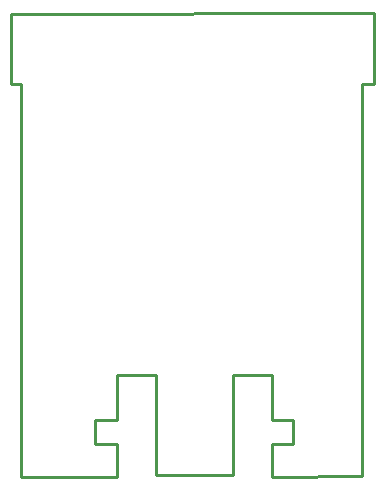
<source format=gko>
G04 Layer: BoardOutline*
G04 EasyEDA v6.4.14, 2021-02-02T13:22:32--5:00*
G04 91b0255ed1064b2dbadafc5a096163c1,d79a69aa59da4e1fbb9b7d465b79b5da,10*
G04 Gerber Generator version 0.2*
G04 Scale: 100 percent, Rotated: No, Reflected: No *
G04 Dimensions in millimeters *
G04 leading zeros omitted , absolute positions ,4 integer and 5 decimal *
%FSLAX45Y45*%
%MOMM*%

%ADD10C,0.2540*%
D10*
X91546Y0D02*
G01*
X91546Y3327400D01*
X0Y3327400D01*
X3073400Y3927475D02*
G01*
X3073400Y3327400D01*
X0Y3921125D02*
G01*
X3073400Y3927475D01*
X0Y3327400D02*
G01*
X0Y3921125D01*
X2209800Y0D02*
G01*
X2974908Y5626D01*
X91546Y0D02*
G01*
X901700Y0D01*
X2974908Y5626D02*
G01*
X2974908Y3327400D01*
X3073400Y3327400D01*
X1879600Y863600D02*
G01*
X2209800Y863600D01*
X2209800Y863600D02*
G01*
X2209800Y482600D01*
X2387600Y482600D01*
X2387600Y279400D01*
X2209800Y279400D01*
X2209800Y0D01*
X1879600Y12700D02*
G01*
X1879600Y863600D01*
X901700Y0D02*
G01*
X901700Y279400D01*
X711200Y279400D01*
X711200Y482600D01*
X901700Y482600D01*
X901700Y863600D01*
X1231900Y863600D01*
X1231900Y12700D01*
X1231900Y12700D02*
G01*
X1879600Y12700D01*

%LPD*%
M02*

</source>
